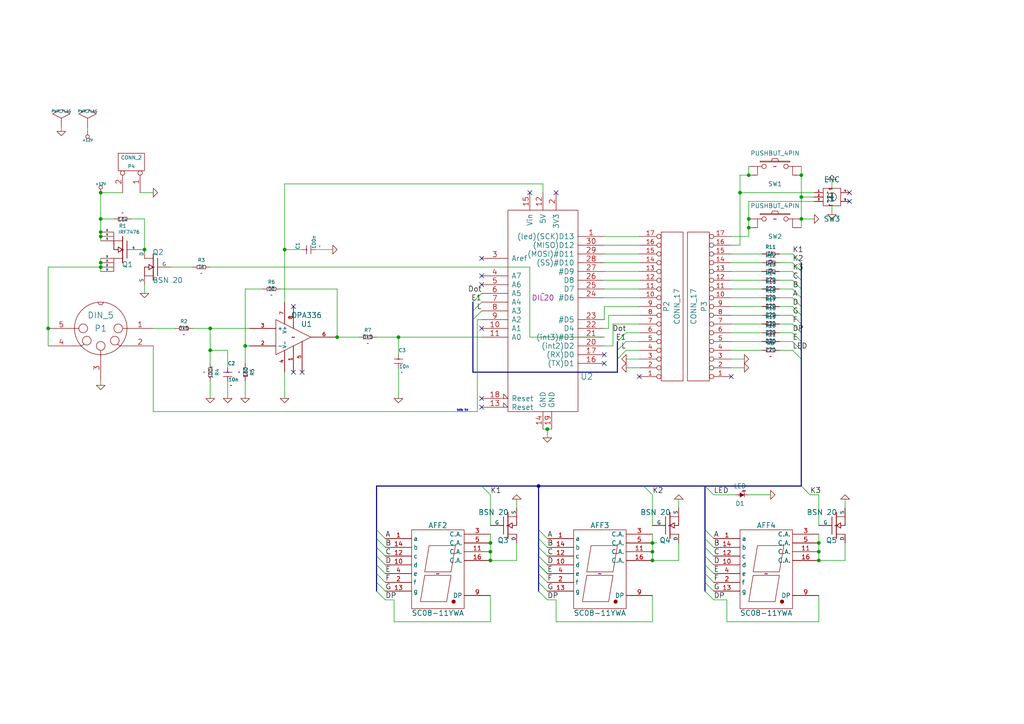
<source format=kicad_sch>
(kicad_sch (version 20230121) (generator eeschema)
  (paper "A4")
  (title_block (date "18 mar 2015"))
  (lib_symbols
    (symbol "irf7476:IRF7476" (pin_numbers hide) (pin_names (offset 0))
      (property "Reference" "Q" (at 0.254 4.318 0))
      (property "Value" "IRF7476" (at 1.27 -5.08 0))
      (symbol "IRF7476_0_0"
        (polyline (pts (xy 2.54 -2.54) (xy 2.54 -5.08)))
        (polyline (pts (xy 2.54 2.54) (xy 2.54 6.35)))
      )
      (symbol "IRF7476_0_1"
        (polyline (pts (xy -1.27 -2.54) (xy -1.27 2.54)) (stroke (width 0.2032)))
        (polyline (pts (xy 0 -3.81) (xy 0 3.81)) (stroke (width 0.254)))
        (polyline (pts (xy 2.54 -2.54) (xy 0 -2.54)))
        (polyline (pts (xy 2.54 2.54) (xy 0 2.54)))
        (polyline (pts (xy 2.54 -2.54) (xy 2.54 0) (xy 1.27 0)) (stroke (width 0.2032)))
        (polyline (pts (xy 1.27 0.762) (xy 1.27 -0.762) (xy 0 0) (xy 1.27 0.762) (xy 1.27 0.762)) (stroke (width 0.2032)))
      )
      (symbol "IRF7476_1_1"
        (pin input line (at 6.35 -2.54 180) (length 3.7084) (name "S") (number "1"))
        (pin input line (at 6.35 -3.81 180) (length 3.7084) (name "S") (number "2"))
        (pin input line (at 6.35 -5.08 180) (length 3.7084) (name "S") (number "3"))
        (pin input line (at -5.08 0 0) (length 3.81) (name "G") (number "4"))
        (pin input line (at 6.35 6.35 180) (length 3.7084) (name "D") (number "5"))
        (pin input line (at 6.35 5.08 180) (length 3.7084) (name "D") (number "6"))
        (pin input line (at 6.35 3.81 180) (length 3.7084) (name "D") (number "7"))
        (pin input line (at 6.35 2.54 180) (length 3.7084) (name "D") (number "8"))
      )
    )
    (symbol "sc08-11ywa:SC08-11YWA"
      (property "Reference" "AFF" (at 0 13.97 0))
      (property "Value" "SC08-11YWA" (at 0 -11.43 0))
      (symbol "SC08-11YWA_0_1"
        (rectangle (start -7.62 12.7) (end 7.62 -10.16))
        (polyline (pts (xy -3.81 -0.508) (xy 3.81 -0.508) (xy 2.54 -8.128) (xy -5.08 -8.128) (xy -3.81 -0.508) (xy -3.81 -0.508)))
        (polyline (pts (xy -2.54 8.128) (xy 5.08 8.128) (xy 3.81 0.508) (xy -3.81 0.508) (xy -2.54 8.128) (xy -2.54 8.128)))
        (circle (center 4.572 -8.128) (radius 0.508) (fill (type outline)))
      )
      (symbol "SC08-11YWA_1_1"
        (pin input line (at -15.24 10.16 0) (length 7.62) (name "a") (number "1"))
        (pin input line (at -15.24 2.54 0) (length 7.62) (name "d") (number "10"))
        (pin input line (at 15.24 6.35 180) (length 7.62) (name "C.A.") (number "11"))
        (pin input line (at -15.24 5.08 0) (length 7.62) (name "c") (number "12"))
        (pin input line (at -15.24 -5.08 0) (length 7.62) (name "g") (number "13"))
        (pin input line (at -15.24 7.62 0) (length 7.62) (name "b") (number "14"))
        (pin input line (at 15.24 3.81 180) (length 7.62) (name "C.A.") (number "16"))
        (pin input line (at -15.24 -2.54 0) (length 7.62) (name "f") (number "2"))
        (pin input line (at 15.24 11.43 180) (length 7.62) (name "C.A.") (number "3"))
        (pin input line (at -15.24 0 0) (length 7.62) (name "e") (number "4"))
        (pin input line (at 15.24 8.89 180) (length 7.62) (name "C.A.") (number "5"))
        (pin input line (at 15.24 -6.35 180) (length 7.62) (name "DP") (number "9"))
      )
    )
    (symbol "station-rescue:+12V" (power) (pin_numbers hide) (pin_names (offset 0))
      (property "Value" "+12V" (at 0 2.54 0))
      (symbol "+12V_0_0"
        (pin power_in line (at 0 0 90) (length 0) hide (name "+12V") (number "1"))
      )
      (symbol "+12V_0_1"
        (polyline (pts (xy 0 0) (xy 0 1.016) (xy 0 1.016)))
        (circle (center 0 1.524) (radius 0.508))
      )
    )
    (symbol "station-rescue:Arduino_Nano" (pin_names (offset 1.016))
      (property "Reference" "U" (at 12.7 -24.13 0))
      (property "Value" "Arduino_Nano" (at 19.05 -26.67 0))
      (property "Footprint" "DIL20" (at 0 -1.27 0))
      (symbol "Arduino_Nano_0_0"
        (pin power_in line (at 0 -39.37 90) (length 5.08) (name "GND") (number "14"))
        (pin power_in line (at -3.81 29.21 270) (length 5.08) (name "Vin") (number "15"))
      )
      (symbol "Arduino_Nano_0_1"
        (rectangle (start -10.16 24.13) (end 10.16 -34.29))
      )
      (symbol "Arduino_Nano_1_1"
        (pin input line (at 17.78 16.51 180) (length 7.62) (name "(led)(SCK)D13") (number "1"))
        (pin bidirectional line (at -17.78 -10.16 0) (length 7.62) (name "A1") (number "10"))
        (pin bidirectional line (at -17.78 -12.7 0) (length 7.62) (name "A0") (number "11"))
        (pin power_out line (at 0 29.21 270) (length 5.08) (name "5V") (number "12"))
        (pin input input_low (at -17.78 -33.02 0) (length 7.62) (name "Reset") (number "13"))
        (pin bidirectional line (at 17.78 -20.32 180) (length 7.62) (name "(TX)D1") (number "16"))
        (pin bidirectional line (at 17.78 -17.78 180) (length 7.62) (name "(RX)D0") (number "17"))
        (pin input input_low (at -17.78 -30.48 0) (length 7.62) (name "Reset") (number "18"))
        (pin power_in line (at 2.54 -39.37 90) (length 5.08) (name "GND") (number "19"))
        (pin power_out line (at 3.81 29.21 270) (length 5.08) (name "3V3") (number "2"))
        (pin bidirectional line (at 17.78 -15.24 180) (length 7.62) (name "(int2)D2") (number "20"))
        (pin bidirectional line (at 17.78 -12.7 180) (length 7.62) (name "(int3)#D3") (number "21"))
        (pin bidirectional line (at 17.78 -10.16 180) (length 7.62) (name "D4") (number "22"))
        (pin bidirectional line (at 17.78 -7.62 180) (length 7.62) (name "#D5") (number "23"))
        (pin bidirectional line (at 17.78 -1.27 180) (length 7.62) (name "#D6") (number "24"))
        (pin bidirectional line (at 17.78 1.27 180) (length 7.62) (name "D7") (number "25"))
        (pin bidirectional line (at 17.78 3.81 180) (length 7.62) (name "D8") (number "26"))
        (pin bidirectional line (at 17.78 6.35 180) (length 7.62) (name "#D9") (number "27"))
        (pin bidirectional line (at 17.78 8.89 180) (length 7.62) (name "(SS)#D10") (number "28"))
        (pin bidirectional line (at 17.78 11.43 180) (length 7.62) (name "(MOSI)#D11") (number "29"))
        (pin input line (at -17.78 10.16 0) (length 7.62) (name "Aref") (number "3"))
        (pin bidirectional line (at 17.78 13.97 180) (length 7.62) (name "(MISO)D12") (number "30"))
        (pin bidirectional line (at -17.78 5.08 0) (length 7.62) (name "A7") (number "4"))
        (pin bidirectional line (at -17.78 2.54 0) (length 7.62) (name "A6") (number "5"))
        (pin bidirectional line (at -17.78 0 0) (length 7.62) (name "A5") (number "6"))
        (pin bidirectional line (at -17.78 -2.54 0) (length 7.62) (name "A4") (number "7"))
        (pin bidirectional line (at -17.78 -5.08 0) (length 7.62) (name "A3") (number "8"))
        (pin bidirectional line (at -17.78 -7.62 0) (length 7.62) (name "A2") (number "9"))
      )
    )
    (symbol "station-rescue:C" (pin_numbers hide) (pin_names (offset 0.254))
      (property "Reference" "C" (at 1.27 0.254 0))
      (property "Value" "C" (at 1.27 -1.524 0))
      (symbol "C_0_1"
        (polyline (pts (xy -1.27 0) (xy 1.27 0) (xy 1.27 0)))
        (polyline (pts (xy 1.27 -1.27) (xy -1.27 -1.27) (xy -1.27 -1.27)))
      )
      (symbol "C_1_1"
        (pin passive line (at 0 1.27 270) (length 1.27) (name "~") (number "1"))
        (pin passive line (at 0 -2.54 90) (length 1.27) (name "~") (number "2"))
      )
    )
    (symbol "station-rescue:CONN_17" (pin_names (offset 1.016) hide)
      (property "Reference" "P" (at -1.016 0 90))
      (property "Value" "CONN_17" (at 2.032 0 90))
      (symbol "CONN_17_0_1"
        (rectangle (start -2.54 21.59) (end 3.81 -21.59))
      )
      (symbol "CONN_17_1_1"
        (pin passive inverted (at -8.89 20.32 0) (length 6.35) (name "P1") (number "1"))
        (pin passive inverted (at -8.89 -2.54 0) (length 6.35) (name "P10") (number "10"))
        (pin passive inverted (at -8.89 -5.08 0) (length 6.35) (name "P11") (number "11"))
        (pin passive inverted (at -8.89 -7.62 0) (length 6.35) (name "P12") (number "12"))
        (pin passive inverted (at -8.89 -10.16 0) (length 6.35) (name "P13") (number "13"))
        (pin passive inverted (at -8.89 -12.7 0) (length 6.35) (name "P14") (number "14"))
        (pin passive inverted (at -8.89 -15.24 0) (length 6.35) (name "P15") (number "15"))
        (pin passive inverted (at -8.89 -17.78 0) (length 6.35) (name "P16") (number "16"))
        (pin passive inverted (at -8.89 -20.32 0) (length 6.35) (name "P17") (number "17"))
        (pin passive inverted (at -8.89 17.78 0) (length 6.35) (name "P2") (number "2"))
        (pin passive inverted (at -8.89 15.24 0) (length 6.35) (name "P3") (number "3"))
        (pin passive inverted (at -8.89 12.7 0) (length 6.35) (name "P4") (number "4"))
        (pin passive inverted (at -8.89 10.16 0) (length 6.35) (name "P5") (number "5"))
        (pin passive inverted (at -8.89 7.62 0) (length 6.35) (name "P6") (number "6"))
        (pin passive inverted (at -8.89 5.08 0) (length 6.35) (name "P7") (number "7"))
        (pin passive inverted (at -8.89 2.54 0) (length 6.35) (name "P8") (number "8"))
        (pin passive inverted (at -8.89 0 0) (length 6.35) (name "P9") (number "9"))
      )
    )
    (symbol "station-rescue:CONN_2" (pin_names (offset 1.016) hide)
      (property "Reference" "P" (at -1.27 0 90))
      (property "Value" "CONN_2" (at 1.27 0 90))
      (symbol "CONN_2_0_1"
        (rectangle (start -2.54 3.81) (end 2.54 -3.81))
      )
      (symbol "CONN_2_1_1"
        (pin passive inverted (at -8.89 2.54 0) (length 6.35) (name "P1") (number "1"))
        (pin passive inverted (at -8.89 -2.54 0) (length 6.35) (name "PM") (number "2"))
      )
    )
    (symbol "station-rescue:DIN_5" (pin_names (offset 1.016) hide)
      (property "Reference" "P" (at 0 0 0))
      (property "Value" "DIN_5" (at 0 -3.81 0))
      (symbol "DIN_5_0_1"
        (circle (center -5.08 0) (radius 1.27))
        (circle (center -4.0894 3.556) (radius 1.27))
        (arc (start 0 -6.858) (mid -0.5388 -7.0812) (end -0.762 -7.62))
        (polyline (pts (xy -7.62 5.08) (xy -5.588 5.08)))
        (polyline (pts (xy -6.35 0) (xy -7.62 0)))
        (polyline (pts (xy -5.588 5.08) (xy -4.826 4.572)))
        (polyline (pts (xy 0 6.35) (xy 0 7.62)))
        (polyline (pts (xy 5.5626 5.08) (xy 4.826 4.572)))
        (polyline (pts (xy 6.35 0) (xy 7.62 0)))
        (polyline (pts (xy 7.62 5.08) (xy 5.5626 5.08)))
        (circle (center 0 0) (radius 7.62))
        (circle (center 0 5.08) (radius 1.27))
        (arc (start 0.762 -7.62) (mid 0.5388 -7.0812) (end 0 -6.858))
        (circle (center 4.0386 3.556) (radius 1.27))
        (circle (center 5.08 0) (radius 1.27))
      )
      (symbol "DIN_5_1_1"
        (pin passive line (at -15.24 0 0) (length 7.62) (name "1") (number "1"))
        (pin passive line (at -15.24 5.08 0) (length 7.62) (name "2") (number "2"))
        (pin passive line (at 0 15.24 270) (length 7.62) (name "3") (number "3"))
        (pin passive line (at 15.24 5.08 180) (length 7.62) (name "4") (number "4"))
        (pin passive line (at 15.24 0 180) (length 7.62) (name "5") (number "5"))
      )
    )
    (symbol "station-rescue:ENC" (pin_names (offset 1.016))
      (property "Reference" "SW" (at 0 -6.35 0))
      (property "Value" "ENC" (at 0 5.08 0))
      (symbol "ENC_0_1"
        (rectangle (start -2.54 -2.54) (end 2.54 -2.54))
        (rectangle (start -2.54 2.54) (end -2.54 -2.54))
        (circle (center 0 0) (radius 1.27))
        (rectangle (start 2.54 -2.54) (end 2.54 2.54))
        (rectangle (start 2.54 2.54) (end -2.54 2.54))
      )
      (symbol "ENC_1_1"
        (pin passive line (at -5.08 1.27 0) (length 2.4892) (name "A") (number "1"))
        (pin passive line (at -5.08 0 0) (length 2.4892) (name "Gnd") (number "2"))
        (pin passive line (at -5.08 -1.27 0) (length 2.4892) (name "B") (number "3"))
        (pin passive line (at 5.08 1.27 180) (length 2.4892) (name "~") (number "4"))
        (pin passive line (at 5.08 -1.27 180) (length 2.4892) (name "~") (number "5"))
        (pin passive line (at 0 2.54 270) (length 0.3048) (name "gnd") (number "6"))
        (pin passive line (at 0 -2.54 90) (length 0.3048) (name "gnd") (number "7"))
      )
    )
    (symbol "station-rescue:GND" (power) (pin_names (offset 0))
      (symbol "GND_0_1"
        (polyline (pts (xy -1.27 0) (xy 0 -1.27) (xy 1.27 0) (xy -1.27 0)))
      )
      (symbol "GND_1_1"
        (pin power_in line (at 0 0 90) (length 0) hide (name "GND") (number "1"))
      )
    )
    (symbol "station-rescue:LED" (pin_numbers hide) (pin_names (offset 1.016) hide)
      (property "Reference" "LD" (at 0 2.54 0))
      (property "Value" "LED" (at 0 -2.54 0))
      (symbol "LED_0_1"
        (polyline (pts (xy 0.508 -0.762) (xy 1.016 -1.27) (xy 1.016 -1.27)))
        (polyline (pts (xy 1.016 -0.762) (xy 1.524 -1.27) (xy 1.524 -1.27)))
        (polyline (pts (xy 1.27 -0.635) (xy 1.27 0.635) (xy 1.27 0.635)))
        (polyline (pts (xy 1.27 0) (xy 0 0.635) (xy 0 -0.635) (xy 0 -0.635)) (fill (type outline)))
        (polyline (pts (xy 1.524 -1.27) (xy 1.27 -1.27) (xy 1.524 -1.016) (xy 1.524 -1.27) (xy 1.524 -1.27)) (fill (type outline)))
        (polyline (pts (xy 1.016 -1.27) (xy 0.762 -1.27) (xy 1.016 -1.016) (xy 1.016 -1.27) (xy 1.016 -1.27) (xy 1.016 -1.27)) (fill (type outline)))
      )
      (symbol "LED_1_1"
        (pin passive line (at -1.27 0 0) (length 1.27) (name "A") (number "1"))
        (pin passive line (at 2.54 0 180) (length 1.27) (name "K") (number "2"))
      )
    )
    (symbol "station-rescue:MOS_N" (pin_numbers hide) (pin_names (offset 0))
      (property "Reference" "Q" (at 0.254 4.318 0))
      (property "Value" "MOS_N" (at 0.254 -3.81 0))
      (symbol "MOS_N_0_1"
        (polyline (pts (xy -1.27 -2.54) (xy -1.27 2.54)) (stroke (width 0.2032)))
        (polyline (pts (xy 0 -3.81) (xy 0 3.81)) (stroke (width 0.254)))
        (polyline (pts (xy 2.54 -2.54) (xy 0 -2.54)))
        (polyline (pts (xy 2.54 2.54) (xy 0 2.54)))
        (polyline (pts (xy 2.54 -2.54) (xy 2.54 0) (xy 1.27 0)) (stroke (width 0.2032)))
        (polyline (pts (xy 1.27 0.762) (xy 1.27 -0.762) (xy 0 0) (xy 1.27 0.762) (xy 1.27 0.762)) (stroke (width 0.2032)))
      )
      (symbol "MOS_N_1_1"
        (pin passive line (at 2.54 5.08 270) (length 2.54) (name "D") (number "D"))
        (pin input line (at -5.08 0 0) (length 3.81) (name "G") (number "G"))
        (pin passive line (at 2.54 -5.08 90) (length 2.54) (name "S") (number "S"))
      )
    )
    (symbol "station-rescue:OPA336"
      (property "Reference" "U" (at 3.81 3.81 0))
      (property "Value" "OPA336" (at 3.81 6.35 0))
      (symbol "OPA336_0_1"
        (polyline (pts (xy -5.08 5.08) (xy 5.08 0) (xy -5.08 -5.08) (xy -5.08 5.08)))
      )
      (symbol "OPA336_1_1"
        (pin input line (at 0 -10.16 90) (length 7.62) (name "~") (number "1"))
        (pin input line (at -12.7 -2.54 0) (length 7.62) (name "-") (number "2"))
        (pin input line (at -12.7 2.54 0) (length 7.62) (name "+") (number "3"))
        (pin input line (at -2.54 -10.16 90) (length 6.35) (name "V-") (number "4"))
        (pin input line (at 2.54 -10.16 90) (length 8.89) (name "~") (number "5"))
        (pin output line (at 12.7 0 180) (length 7.62) (name "~") (number "6"))
        (pin input line (at -2.54 10.16 270) (length 6.35) (name "V+") (number "7"))
        (pin input line (at 0 8.89 270) (length 6.35) (name "~") (number "8"))
      )
    )
    (symbol "station-rescue:PWR_FLAG" (power) (pin_numbers hide) (pin_names (offset 0) hide)
      (property "Value" "PWR_FLAG" (at 0 5.842 0))
      (symbol "PWR_FLAG_0_0"
        (pin power_out line (at 0 0 90) (length 0) (name "pwr") (number "1"))
      )
      (symbol "PWR_FLAG_0_1"
        (polyline (pts (xy 0 0) (xy 0 2.54) (xy 0 2.54)))
        (polyline (pts (xy 0 2.54) (xy -2.54 3.81) (xy 0 5.08) (xy 2.54 3.81) (xy 0 2.54)))
      )
    )
    (symbol "station-rescue:Pushbut_4Pin" (pin_numbers hide) (pin_names (offset 1.016) hide)
      (property "Reference" "SW" (at 0 -5.08 0))
      (property "Value" "Pushbut_4Pin" (at 0 3.81 0))
      (symbol "Pushbut_4Pin_0_1"
        (rectangle (start -4.318 1.27) (end 4.318 1.524))
        (polyline (pts (xy -6.35 -2.54) (xy -5.08 -2.54) (xy -5.08 0)))
        (polyline (pts (xy 6.35 -2.54) (xy 5.08 -2.54) (xy 5.08 0)))
        (polyline (pts (xy -1.016 1.524) (xy -0.762 2.286) (xy 0.762 2.286) (xy 1.016 1.524)))
        (pin passive inverted (at -7.62 0 0) (length 5.08) (name "1") (number "1"))
        (pin passive inverted (at 7.62 0 180) (length 5.08) (name "2") (number "2"))
      )
      (symbol "Pushbut_4Pin_1_1"
        (pin passive line (at -7.62 -2.54 0) (length 2.0066) (name "1") (number "1"))
        (pin passive line (at 7.62 -2.54 180) (length 2.0066) (name "2") (number "2"))
      )
    )
    (symbol "station-rescue:R" (pin_numbers hide) (pin_names (offset 0))
      (property "Reference" "R" (at -1.27 1.27 90))
      (property "Value" "R" (at 1.27 1.27 90))
      (symbol "R_0_1"
        (rectangle (start 0.508 1.27) (end -0.508 -1.27))
      )
      (symbol "R_1_1"
        (pin passive line (at 0 2.54 270) (length 1.27) (name "~") (number "1"))
        (pin passive line (at 0 -2.54 90) (length 1.27) (name "~") (number "2"))
      )
    )
  )
  (junction (at 237.49 162.56))
  (junction (at 214.63 55.88))
  (junction (at 217.17 66.04))
  (junction (at 29.21 67.31))
  (junction (at 232.41 50.8))
  (junction (at 97.79 97.79))
  (junction (at 189.23 162.56))
  (junction (at 29.21 63.5))
  (junction (at 217.17 50.8))
  (junction (at 41.91 72.39))
  (junction (at 29.21 55.88))
  (junction (at 142.24 162.56))
  (junction (at 142.24 157.48))
  (junction (at 142.24 160.02))
  (junction (at 82.55 72.39))
  (junction (at 232.41 57.15))
  (junction (at 158.75 124.46))
  (junction (at 232.41 63.5))
  (junction (at 217.17 63.5))
  (junction (at 189.23 157.48))
  (junction (at 115.57 97.79))
  (junction (at 13.97 95.25))
  (junction (at 60.96 95.25))
  (junction (at 156.21 140.97))
  (junction (at 29.21 76.2))
  (junction (at 237.49 157.48))
  (junction (at 29.21 77.47))
  (junction (at 71.12 100.33))
  (junction (at 189.23 160.02))
  (junction (at 237.49 160.02))
  (junction (at 29.21 68.58))
  (junction (at 60.96 101.6))
  (no_connect (at 85.09 88.9))
  (no_connect (at 212.09 109.22))
  (no_connect (at 246.38 55.88))
  (no_connect (at 139.7 74.93))
  (no_connect (at 139.7 80.01))
  (no_connect (at 161.29 55.88))
  (no_connect (at 175.26 102.87))
  (no_connect (at 139.7 118.11))
  (no_connect (at 87.63 107.95))
  (no_connect (at 246.38 58.42))
  (no_connect (at 139.7 115.57))
  (no_connect (at 85.09 107.95))
  (no_connect (at 175.26 105.41))
  (no_connect (at 185.42 109.22))
  (no_connect (at 139.7 82.55))
  (no_connect (at 153.67 55.88))
  (no_connect (at 139.7 95.25))
  (bus_entry (at 204.47 163.83) (size 2.54 2.54))
  (bus_entry (at 156.21 156.21) (size 2.54 2.54))
  (bus_entry (at 229.87 91.44) (size 2.54 2.54))
  (bus_entry (at 204.47 158.75) (size 2.54 2.54))
  (bus_entry (at 156.21 166.37) (size 2.54 2.54))
  (bus_entry (at 229.87 93.98) (size 2.54 2.54))
  (bus_entry (at 229.87 73.66) (size 2.54 2.54))
  (bus_entry (at 229.87 88.9) (size 2.54 2.54))
  (bus_entry (at 137.16 92.71) (size 2.54 -2.54))
  (bus_entry (at 137.16 90.17) (size 2.54 -2.54))
  (bus_entry (at 179.07 104.14) (size 2.54 -2.54))
  (bus_entry (at 204.47 168.91) (size 2.54 2.54))
  (bus_entry (at 229.87 76.2) (size 2.54 2.54))
  (bus_entry (at 156.21 168.91) (size 2.54 2.54))
  (bus_entry (at 229.87 86.36) (size 2.54 2.54))
  (bus_entry (at 156.21 163.83) (size 2.54 2.54))
  (bus_entry (at 229.87 81.28) (size 2.54 2.54))
  (bus_entry (at 156.21 163.83) (size 2.54 2.54))
  (bus_entry (at 204.47 153.67) (size 2.54 2.54))
  (bus_entry (at 229.87 99.06) (size 2.54 2.54))
  (bus_entry (at 229.87 83.82) (size 2.54 2.54))
  (bus_entry (at 204.47 166.37) (size 2.54 2.54))
  (bus_entry (at 204.47 161.29) (size 2.54 2.54))
  (bus_entry (at 179.07 101.6) (size 2.54 -2.54))
  (bus_entry (at 109.22 166.37) (size 2.54 2.54))
  (bus_entry (at 204.47 140.97) (size 2.54 2.54))
  (bus_entry (at 109.22 171.45) (size 2.54 2.54))
  (bus_entry (at 109.22 163.83) (size 2.54 2.54))
  (bus_entry (at 109.22 168.91) (size 2.54 2.54))
  (bus_entry (at 229.87 101.6) (size 2.54 2.54))
  (bus_entry (at 109.22 156.21) (size 2.54 2.54))
  (bus_entry (at 109.22 161.29) (size 2.54 2.54))
  (bus_entry (at 156.21 153.67) (size 2.54 2.54))
  (bus_entry (at 229.87 78.74) (size 2.54 2.54))
  (bus_entry (at 139.7 140.97) (size 2.54 2.54))
  (bus_entry (at 186.69 140.97) (size 2.54 2.54))
  (bus_entry (at 232.41 140.97) (size 2.54 2.54))
  (bus_entry (at 156.21 158.75) (size 2.54 2.54))
  (bus_entry (at 156.21 171.45) (size 2.54 2.54))
  (bus_entry (at 229.87 96.52) (size 2.54 2.54))
  (bus_entry (at 179.07 99.06) (size 2.54 -2.54))
  (bus_entry (at 109.22 153.67) (size 2.54 2.54))
  (bus_entry (at 137.16 87.63) (size 2.54 -2.54))
  (bus_entry (at 204.47 156.21) (size 2.54 2.54))
  (bus_entry (at 204.47 171.45) (size 2.54 2.54))
  (bus_entry (at 156.21 161.29) (size 2.54 2.54))
  (bus_entry (at 109.22 158.75) (size 2.54 2.54))
  (wire (pts (xy 55.88 95.25) (xy 60.96 95.25)))
  (bus (pts (xy 186.69 140.97) (xy 204.47 140.97)))
  (wire (pts (xy 226.06 86.36) (xy 229.87 86.36)))
  (wire (pts (xy 40.64 72.39) (xy 41.91 72.39)))
  (bus (pts (xy 156.21 166.37) (xy 156.21 168.91)))
  (wire (pts (xy 212.09 106.68) (xy 215.9 106.68)))
  (wire (pts (xy 142.24 157.48) (xy 142.24 160.02)))
  (wire (pts (xy 232.41 57.15) (xy 232.41 63.5)))
  (wire (pts (xy 212.09 101.6) (xy 220.98 101.6)))
  (wire (pts (xy 217.17 68.58) (xy 212.09 68.58)))
  (wire (pts (xy 245.11 162.56) (xy 237.49 162.56)))
  (wire (pts (xy 29.21 74.93) (xy 29.21 76.2)))
  (wire (pts (xy 44.45 119.38) (xy 44.45 100.33)))
  (wire (pts (xy 13.97 77.47) (xy 13.97 95.25)))
  (wire (pts (xy 226.06 93.98) (xy 229.87 93.98)))
  (wire (pts (xy 158.75 124.46) (xy 160.02 124.46)))
  (wire (pts (xy 81.28 83.82) (xy 97.79 83.82)))
  (wire (pts (xy 212.09 86.36) (xy 220.98 86.36)))
  (wire (pts (xy 25.4 36.83) (xy 25.4 38.1)))
  (wire (pts (xy 66.04 101.6) (xy 66.04 106.68)))
  (wire (pts (xy 17.78 36.83) (xy 17.78 38.1)))
  (wire (pts (xy 226.06 81.28) (xy 229.87 81.28)))
  (wire (pts (xy 189.23 160.02) (xy 189.23 162.56)))
  (wire (pts (xy 212.09 88.9) (xy 220.98 88.9)))
  (bus (pts (xy 232.41 86.36) (xy 232.41 83.82)))
  (wire (pts (xy 157.48 124.46) (xy 158.75 124.46)))
  (wire (pts (xy 41.91 72.39) (xy 41.91 63.5)))
  (bus (pts (xy 204.47 161.29) (xy 204.47 163.83)))
  (bus (pts (xy 109.22 161.29) (xy 109.22 163.83)))
  (wire (pts (xy 196.85 162.56) (xy 189.23 162.56)))
  (wire (pts (xy 142.24 143.51) (xy 142.24 152.4)))
  (bus (pts (xy 232.41 101.6) (xy 232.41 99.06)))
  (wire (pts (xy 217.17 58.42) (xy 217.17 63.5)))
  (wire (pts (xy 207.01 143.51) (xy 213.36 143.51)))
  (wire (pts (xy 176.53 95.25) (xy 175.26 95.25)))
  (wire (pts (xy 189.23 172.72) (xy 189.23 180.34)))
  (wire (pts (xy 189.23 154.94) (xy 189.23 157.48)))
  (wire (pts (xy 60.96 101.6) (xy 60.96 105.41)))
  (wire (pts (xy 41.91 63.5) (xy 38.1 63.5)))
  (wire (pts (xy 142.24 180.34) (xy 114.3 180.34)))
  (wire (pts (xy 226.06 96.52) (xy 229.87 96.52)))
  (wire (pts (xy 226.06 91.44) (xy 229.87 91.44)))
  (wire (pts (xy 226.06 73.66) (xy 229.87 73.66)))
  (wire (pts (xy 185.42 86.36) (xy 175.26 86.36)))
  (wire (pts (xy 60.96 95.25) (xy 72.39 95.25)))
  (bus (pts (xy 179.07 107.95) (xy 137.16 107.95)))
  (wire (pts (xy 185.42 73.66) (xy 175.26 73.66)))
  (wire (pts (xy 185.42 76.2) (xy 175.26 76.2)))
  (wire (pts (xy 212.09 81.28) (xy 220.98 81.28)))
  (bus (pts (xy 179.07 99.06) (xy 179.07 101.6)))
  (wire (pts (xy 212.09 93.98) (xy 220.98 93.98)))
  (wire (pts (xy 210.82 180.34) (xy 237.49 180.34)))
  (wire (pts (xy 207.01 173.99) (xy 210.82 173.99)))
  (wire (pts (xy 49.53 77.47) (xy 55.88 77.47)))
  (bus (pts (xy 232.41 88.9) (xy 232.41 86.36)))
  (wire (pts (xy 149.86 157.48) (xy 149.86 162.56)))
  (bus (pts (xy 156.21 158.75) (xy 156.21 161.29)))
  (wire (pts (xy 185.42 99.06) (xy 181.61 99.06)))
  (wire (pts (xy 226.06 76.2) (xy 229.87 76.2)))
  (wire (pts (xy 185.42 91.44) (xy 176.53 91.44)))
  (wire (pts (xy 214.63 55.88) (xy 214.63 71.12)))
  (wire (pts (xy 232.41 48.26) (xy 232.41 50.8)))
  (bus (pts (xy 232.41 96.52) (xy 232.41 93.98)))
  (bus (pts (xy 204.47 140.97) (xy 232.41 140.97)))
  (wire (pts (xy 217.17 66.04) (xy 217.17 68.58)))
  (wire (pts (xy 72.39 100.33) (xy 71.12 100.33)))
  (bus (pts (xy 204.47 158.75) (xy 204.47 161.29)))
  (wire (pts (xy 71.12 100.33) (xy 71.12 105.41)))
  (bus (pts (xy 156.21 140.97) (xy 156.21 153.67)))
  (wire (pts (xy 185.42 78.74) (xy 175.26 78.74)))
  (bus (pts (xy 204.47 153.67) (xy 204.47 156.21)))
  (bus (pts (xy 109.22 163.83) (xy 109.22 166.37)))
  (wire (pts (xy 226.06 99.06) (xy 229.87 99.06)))
  (wire (pts (xy 44.45 119.38) (xy 138.43 119.38)))
  (wire (pts (xy 217.17 63.5) (xy 217.17 66.04)))
  (wire (pts (xy 212.09 73.66) (xy 220.98 73.66)))
  (wire (pts (xy 214.63 71.12) (xy 212.09 71.12)))
  (wire (pts (xy 214.63 50.8) (xy 214.63 55.88)))
  (wire (pts (xy 185.42 93.98) (xy 177.8 93.98)))
  (bus (pts (xy 109.22 158.75) (xy 109.22 161.29)))
  (wire (pts (xy 212.09 91.44) (xy 220.98 91.44)))
  (wire (pts (xy 82.55 72.39) (xy 87.63 72.39)))
  (wire (pts (xy 29.21 76.2) (xy 29.21 77.47)))
  (wire (pts (xy 29.21 63.5) (xy 29.21 67.31)))
  (wire (pts (xy 232.41 50.8) (xy 232.41 57.15)))
  (wire (pts (xy 212.09 76.2) (xy 220.98 76.2)))
  (bus (pts (xy 179.07 104.14) (xy 179.07 107.95)))
  (wire (pts (xy 185.42 104.14) (xy 181.61 104.14)))
  (wire (pts (xy 71.12 110.49) (xy 71.12 115.57)))
  (bus (pts (xy 232.41 93.98) (xy 232.41 91.44)))
  (wire (pts (xy 29.21 110.49) (xy 29.21 111.76)))
  (wire (pts (xy 29.21 67.31) (xy 29.21 68.58)))
  (wire (pts (xy 33.02 63.5) (xy 29.21 63.5)))
  (wire (pts (xy 177.8 93.98) (xy 177.8 100.33)))
  (wire (pts (xy 97.79 97.79) (xy 104.14 97.79)))
  (wire (pts (xy 138.43 92.71) (xy 138.43 119.38)))
  (wire (pts (xy 29.21 68.58) (xy 29.21 69.85)))
  (wire (pts (xy 161.29 180.34) (xy 161.29 173.99)))
  (wire (pts (xy 29.21 77.47) (xy 13.97 77.47)))
  (wire (pts (xy 196.85 157.48) (xy 196.85 162.56)))
  (wire (pts (xy 66.04 101.6) (xy 60.96 101.6)))
  (wire (pts (xy 157.48 53.34) (xy 157.48 55.88)))
  (wire (pts (xy 161.29 173.99) (xy 158.75 173.99)))
  (wire (pts (xy 237.49 180.34) (xy 237.49 172.72)))
  (wire (pts (xy 66.04 110.49) (xy 66.04 115.57)))
  (wire (pts (xy 236.22 57.15) (xy 232.41 57.15)))
  (wire (pts (xy 153.67 97.79) (xy 175.26 97.79)))
  (wire (pts (xy 115.57 97.79) (xy 139.7 97.79)))
  (bus (pts (xy 109.22 140.97) (xy 139.7 140.97)))
  (wire (pts (xy 236.22 55.88) (xy 214.63 55.88)))
  (wire (pts (xy 29.21 55.88) (xy 35.56 55.88)))
  (wire (pts (xy 40.64 55.88) (xy 44.45 55.88)))
  (wire (pts (xy 185.42 96.52) (xy 181.61 96.52)))
  (bus (pts (xy 232.41 78.74) (xy 232.41 76.2)))
  (wire (pts (xy 226.06 78.74) (xy 229.87 78.74)))
  (wire (pts (xy 232.41 63.5) (xy 232.41 66.04)))
  (wire (pts (xy 189.23 157.48) (xy 189.23 160.02)))
  (bus (pts (xy 232.41 140.97) (xy 232.41 104.14)))
  (bus (pts (xy 156.21 140.97) (xy 186.69 140.97)))
  (wire (pts (xy 212.09 104.14) (xy 215.9 104.14)))
  (wire (pts (xy 60.96 95.25) (xy 60.96 101.6)))
  (wire (pts (xy 214.63 50.8) (xy 217.17 50.8)))
  (bus (pts (xy 232.41 83.82) (xy 232.41 81.28)))
  (wire (pts (xy 237.49 157.48) (xy 237.49 160.02)))
  (wire (pts (xy 226.06 101.6) (xy 229.87 101.6)))
  (wire (pts (xy 142.24 160.02) (xy 142.24 162.56)))
  (wire (pts (xy 245.11 157.48) (xy 245.11 162.56)))
  (wire (pts (xy 176.53 91.44) (xy 176.53 95.25)))
  (wire (pts (xy 237.49 143.51) (xy 237.49 152.4)))
  (wire (pts (xy 217.17 58.42) (xy 236.22 58.42)))
  (bus (pts (xy 156.21 161.29) (xy 156.21 163.83)))
  (wire (pts (xy 190.5 157.48) (xy 189.23 157.48)))
  (wire (pts (xy 44.45 95.25) (xy 50.8 95.25)))
  (bus (pts (xy 156.21 156.21) (xy 156.21 158.75)))
  (bus (pts (xy 232.41 91.44) (xy 232.41 88.9)))
  (bus (pts (xy 204.47 166.37) (xy 204.47 168.91)))
  (wire (pts (xy 175.26 68.58) (xy 185.42 68.58)))
  (bus (pts (xy 109.22 156.21) (xy 109.22 158.75)))
  (wire (pts (xy 185.42 88.9) (xy 175.26 88.9)))
  (wire (pts (xy 212.09 78.74) (xy 220.98 78.74)))
  (bus (pts (xy 204.47 163.83) (xy 204.47 166.37)))
  (wire (pts (xy 13.97 95.25) (xy 13.97 100.33)))
  (bus (pts (xy 139.7 140.97) (xy 156.21 140.97)))
  (wire (pts (xy 41.91 82.55) (xy 41.91 85.09)))
  (bus (pts (xy 204.47 140.97) (xy 204.47 153.67)))
  (wire (pts (xy 185.42 106.68) (xy 181.61 106.68)))
  (wire (pts (xy 177.8 100.33) (xy 175.26 100.33)))
  (wire (pts (xy 60.96 77.47) (xy 153.67 77.47)))
  (bus (pts (xy 204.47 156.21) (xy 204.47 158.75)))
  (wire (pts (xy 114.3 173.99) (xy 111.76 173.99)))
  (wire (pts (xy 226.06 83.82) (xy 229.87 83.82)))
  (wire (pts (xy 234.95 143.51) (xy 237.49 143.51)))
  (wire (pts (xy 115.57 97.79) (xy 115.57 102.87)))
  (wire (pts (xy 60.96 110.49) (xy 60.96 115.57)))
  (bus (pts (xy 109.22 168.91) (xy 109.22 171.45)))
  (wire (pts (xy 212.09 83.82) (xy 220.98 83.82)))
  (wire (pts (xy 142.24 172.72) (xy 142.24 180.34)))
  (wire (pts (xy 29.21 55.88) (xy 29.21 63.5)))
  (wire (pts (xy 185.42 101.6) (xy 181.61 101.6)))
  (bus (pts (xy 109.22 140.97) (xy 109.22 153.67)))
  (wire (pts (xy 196.85 144.78) (xy 196.85 147.32)))
  (wire (pts (xy 149.86 144.78) (xy 149.86 147.32)))
  (bus (pts (xy 232.41 99.06) (xy 232.41 96.52)))
  (wire (pts (xy 114.3 180.34) (xy 114.3 173.99)))
  (wire (pts (xy 82.55 87.63) (xy 82.55 72.39)))
  (bus (pts (xy 156.21 163.83) (xy 156.21 166.37)))
  (bus (pts (xy 137.16 92.71) (xy 137.16 90.17)))
  (wire (pts (xy 226.06 88.9) (xy 229.87 88.9)))
  (wire (pts (xy 237.49 154.94) (xy 237.49 157.48)))
  (bus (pts (xy 232.41 81.28) (xy 232.41 78.74)))
  (wire (pts (xy 115.57 106.68) (xy 115.57 115.57)))
  (wire (pts (xy 71.12 83.82) (xy 76.2 83.82)))
  (wire (pts (xy 82.55 72.39) (xy 82.55 53.34)))
  (wire (pts (xy 217.17 143.51) (xy 223.52 143.51)))
  (bus (pts (xy 156.21 168.91) (xy 156.21 171.45)))
  (wire (pts (xy 142.24 154.94) (xy 142.24 157.48)))
  (wire (pts (xy 97.79 83.82) (xy 97.79 97.79)))
  (wire (pts (xy 158.75 127) (xy 158.75 124.46)))
  (wire (pts (xy 139.7 92.71) (xy 138.43 92.71)))
  (wire (pts (xy 29.21 77.47) (xy 29.21 78.74)))
  (wire (pts (xy 82.55 107.95) (xy 82.55 115.57)))
  (wire (pts (xy 189.23 143.51) (xy 189.23 152.4)))
  (bus (pts (xy 109.22 153.67) (xy 109.22 156.21)))
  (wire (pts (xy 189.23 180.34) (xy 161.29 180.34)))
  (wire (pts (xy 185.42 71.12) (xy 175.26 71.12)))
  (bus (pts (xy 156.21 153.67) (xy 156.21 156.21)))
  (wire (pts (xy 210.82 173.99) (xy 210.82 180.34)))
  (bus (pts (xy 204.47 168.91) (xy 204.47 171.45)))
  (wire (pts (xy 185.42 81.28) (xy 175.26 81.28)))
  (wire (pts (xy 237.49 160.02) (xy 237.49 162.56)))
  (wire (pts (xy 241.3 52.07) (xy 241.3 54.61)))
  (wire (pts (xy 149.86 162.56) (xy 142.24 162.56)))
  (wire (pts (xy 71.12 83.82) (xy 71.12 100.33)))
  (bus (pts (xy 109.22 166.37) (xy 109.22 168.91)))
  (wire (pts (xy 217.17 50.8) (xy 217.17 48.26)))
  (wire (pts (xy 153.67 77.47) (xy 153.67 97.79)))
  (wire (pts (xy 185.42 83.82) (xy 175.26 83.82)))
  (wire (pts (xy 241.3 62.23) (xy 241.3 59.69)))
  (wire (pts (xy 109.22 97.79) (xy 115.57 97.79)))
  (wire (pts (xy 212.09 99.06) (xy 220.98 99.06)))
  (wire (pts (xy 245.11 144.78) (xy 245.11 147.32)))
  (bus (pts (xy 137.16 90.17) (xy 137.16 87.63)))
  (bus (pts (xy 232.41 104.14) (xy 232.41 101.6)))
  (bus (pts (xy 179.07 101.6) (xy 179.07 104.14)))
  (wire (pts (xy 91.44 72.39) (xy 96.52 72.39)))
  (wire (pts (xy 82.55 53.34) (xy 157.48 53.34)))
  (wire (pts (xy 212.09 96.52) (xy 220.98 96.52)))
  (wire (pts (xy 232.41 63.5) (xy 236.22 63.5)))
  (bus (pts (xy 137.16 107.95) (xy 137.16 92.71)))
  (wire (pts (xy 175.26 88.9) (xy 175.26 92.71)))
  (text "SdBy SW" (at 135.89 119.38 0) (effects (font (size 0.508 0.508)) (justify right bottom)))
  (label "B" (at 229.87 83.82 0) (effects (font (size 1.524 1.524))))
  (label "A" (at 229.87 86.36 0) (effects (font (size 1.524 1.524))))
  (label "K1" (at 142.24 143.51 0) (effects (font (size 1.524 1.524))))
  (label "K3" (at 229.87 78.74 0) (effects (font (size 1.524 1.524))))
  (label "A" (at 207.01 156.21 0) (effects (font (size 1.524 1.524))))
  (label "DP" (at 111.76 173.99 0) (effects (font (size 1.524 1.524))))
  (label "F" (at 158.75 168.91 0) (effects (font (size 1.524 1.524))))
  (label "E1" (at 139.7 87.63 180) (effects (font (size 1.524 1.524))))
  (label "DP" (at 158.75 173.99 0) (effects (font (size 1.524 1.524))))
  (label "F" (at 229.87 93.98 0) (effects (font (size 1.524 1.524))))
  (label "B" (at 207.01 158.75 0) (effects (font (size 1.524 1.524))))
  (label "G" (at 158.75 171.45 0) (effects (font (size 1.524 1.524))))
  (label "E1" (at 181.61 99.06 180) (effects (font (size 1.524 1.524))))
  (label "D" (at 207.01 163.83 0) (effects (font (size 1.524 1.524))))
  (label "C" (at 158.75 161.29 0) (effects (font (size 1.524 1.524))))
  (label "C" (at 207.01 161.29 0) (effects (font (size 1.524 1.524))))
  (label "DP" (at 207.01 173.99 0) (effects (font (size 1.524 1.524))))
  (label "K1" (at 229.87 73.66 0) (effects (font (size 1.524 1.524))))
  (label "F" (at 207.01 168.91 0) (effects (font (size 1.524 1.524))))
  (label "E" (at 111.76 166.37 0) (effects (font (size 1.524 1.524))))
  (label "G" (at 207.01 171.45 0) (effects (font (size 1.524 1.524))))
  (label "G" (at 229.87 91.44 0) (effects (font (size 1.524 1.524))))
  (label "E" (at 229.87 99.06 0) (effects (font (size 1.524 1.524))))
  (label "Dot" (at 139.7 85.09 180) (effects (font (size 1.524 1.524))))
  (label "L" (at 139.7 90.17 180) (effects (font (size 1.524 1.524))))
  (label "G" (at 111.76 171.45 0) (effects (font (size 1.524 1.524))))
  (label "E" (at 207.01 166.37 0) (effects (font (size 1.524 1.524))))
  (label "LED" (at 207.01 143.51 0) (effects (font (size 1.524 1.524))))
  (label "A" (at 158.75 156.21 0) (effects (font (size 1.524 1.524))))
  (label "B" (at 111.76 158.75 0) (effects (font (size 1.524 1.524))))
  (label "DP" (at 229.87 96.52 0) (effects (font (size 1.524 1.524))))
  (label "D" (at 229.87 88.9 0) (effects (font (size 1.524 1.524))))
  (label "B" (at 158.75 158.75 0) (effects (font (size 1.524 1.524))))
  (label "C" (at 229.87 81.28 0) (effects (font (size 1.524 1.524))))
  (label "K2" (at 229.87 76.2 0) (effects (font (size 1.524 1.524))))
  (label "LED" (at 229.87 101.6 0) (effects (font (size 1.524 1.524))))
  (label "L" (at 181.61 101.6 180) (effects (font (size 1.524 1.524))))
  (label "D" (at 111.76 163.83 0) (effects (font (size 1.524 1.524))))
  (label "C" (at 111.76 161.29 0) (effects (font (size 1.524 1.524))))
  (label "Dot" (at 181.61 96.52 180) (effects (font (size 1.524 1.524))))
  (label "K2" (at 189.23 143.51 0) (effects (font (size 1.524 1.524))))
  (label "F" (at 111.76 168.91 0) (effects (font (size 1.524 1.524))))
  (label "K3" (at 234.95 143.51 0) (effects (font (size 1.524 1.524))))
  (label "E" (at 158.75 166.37 0) (effects (font (size 1.524 1.524))))
  (label "D" (at 158.75 163.83 0) (effects (font (size 1.524 1.524))))
  (label "A" (at 111.76 156.21 0) (effects (font (size 1.524 1.524))))
  (symbol (lib_id "station-rescue:MOS_N") (at 194.31 152.4 0) (mirror x) (unit 1)
    (property "Reference" "Q4" (at 194.564 156.718 0) (effects (font (size 1.524 1.524)) (justify right)))
    (property "Value" "BSN 20" (at 194.564 148.59 0) (effects (font (size 1.524 1.524)) (justify right)))
    (property "Footprint" "~" (at 194.31 152.4 0) (effects (font (size 1.524 1.524))))
    (property "Datasheet" "~" (at 194.31 152.4 0) (effects (font (size 1.524 1.524))))
  )
  (symbol (lib_id "station-rescue:MOS_N") (at 147.32 152.4 0) (mirror x) (unit 1)
    (property "Reference" "Q3" (at 147.574 156.718 0) (effects (font (size 1.524 1.524)) (justify right)))
    (property "Value" "BSN 20" (at 147.574 148.59 0) (effects (font (size 1.524 1.524)) (justify right)))
    (property "Footprint" "~" (at 147.32 152.4 0) (effects (font (size 1.524 1.524))))
    (property "Datasheet" "~" (at 147.32 152.4 0) (effects (font (size 1.524 1.524))))
  )
  (symbol (lib_id "station-rescue:MOS_N") (at 242.57 152.4 0) (mirror x) (unit 1)
    (property "Reference" "Q5" (at 242.824 156.718 0) (effects (font (size 1.524 1.524)) (justify right)))
    (property "Value" "BSN 20" (at 242.824 148.59 0) (effects (font (size 1.524 1.524)) (justify right)))
    (property "Footprint" "~" (at 242.57 152.4 0) (effects (font (size 1.524 1.524))))
    (property "Datasheet" "~" (at 242.57 152.4 0) (effects (font (size 1.524 1.524))))
  )
  (symbol (lib_id "station-rescue:R") (at 53.34 95.25 90) (unit 1)
    (property "Reference" "R2" (at 53.34 93.218 90) (effects (font (size 1.016 1.016))))
    (property "Value" "5k6" (at 53.3146 95.0722 90) (effects (font (size 1.016 1.016))))
    (property "Footprint" "~" (at 53.34 97.028 90) (effects (font (size 0.762 0.762))))
    (property "Datasheet" "~" (at 53.34 95.25 0) (effects (font (size 0.762 0.762))))
  )
  (symbol (lib_id "station-rescue:R") (at 60.96 107.95 0) (unit 1)
    (property "Reference" "R4" (at 62.992 107.95 90) (effects (font (size 1.016 1.016))))
    (property "Value" "100k" (at 61.1378 107.9246 90) (effects (font (size 1.016 1.016))))
    (property "Footprint" "~" (at 59.182 107.95 90) (effects (font (size 0.762 0.762))))
    (property "Datasheet" "~" (at 60.96 107.95 0) (effects (font (size 0.762 0.762))))
  )
  (symbol (lib_id "station-rescue:C") (at 66.04 107.95 0) (unit 1)
    (property "Reference" "C2" (at 66.04 105.41 0) (effects (font (size 1.016 1.016)) (justify left)))
    (property "Value" "10n" (at 66.1924 110.109 0) (effects (font (size 1.016 1.016)) (justify left)))
    (property "Footprint" "~" (at 67.0052 111.76 0) (effects (font (size 0.762 0.762))))
    (property "Datasheet" "~" (at 66.04 107.95 0) (effects (font (size 1.524 1.524))))
  )
  (symbol (lib_id "station-rescue:R") (at 71.12 107.95 0) (unit 1)
    (property "Reference" "R5" (at 73.152 107.95 90) (effects (font (size 1.016 1.016))))
    (property "Value" "100" (at 71.2978 107.9246 90) (effects (font (size 1.016 1.016))))
    (property "Footprint" "~" (at 69.342 107.95 90) (effects (font (size 0.762 0.762))))
    (property "Datasheet" "~" (at 71.12 107.95 0) (effects (font (size 0.762 0.762))))
  )
  (symbol (lib_id "station-rescue:R") (at 78.74 83.82 90) (unit 1)
    (property "Reference" "R6" (at 78.74 81.788 90) (effects (font (size 1.016 1.016))))
    (property "Value" "68" (at 78.7146 83.6422 90) (effects (font (size 1.016 1.016))))
    (property "Footprint" "~" (at 78.74 85.598 90) (effects (font (size 0.762 0.762))))
    (property "Datasheet" "~" (at 78.74 83.82 0) (effects (font (size 0.762 0.762))))
  )
  (symbol (lib_id "station-rescue:R") (at 106.68 97.79 90) (unit 1)
    (property "Reference" "R7" (at 106.68 95.758 90) (effects (font (size 1.016 1.016))))
    (property "Value" "5k6" (at 106.6546 97.6122 90) (effects (font (size 1.016 1.016))))
    (property "Footprint" "~" (at 106.68 99.568 90) (effects (font (size 0.762 0.762))))
    (property "Datasheet" "~" (at 106.68 97.79 0) (effects (font (size 0.762 0.762))))
  )
  (symbol (lib_id "station-rescue:C") (at 115.57 104.14 0) (unit 1)
    (property "Reference" "C3" (at 115.57 101.6 0) (effects (font (size 1.016 1.016)) (justify left)))
    (property "Value" "10n" (at 115.7224 106.299 0) (effects (font (size 1.016 1.016)) (justify left)))
    (property "Footprint" "~" (at 116.5352 107.95 0) (effects (font (size 0.762 0.762))))
    (property "Datasheet" "~" (at 115.57 104.14 0) (effects (font (size 1.524 1.524))))
  )
  (symbol (lib_id "station-rescue:R") (at 223.52 101.6 90) (unit 1)
    (property "Reference" "R8" (at 223.52 99.568 90) (effects (font (size 1.016 1.016))))
    (property "Value" "220" (at 223.4946 101.4222 90) (effects (font (size 1.016 1.016))))
    (property "Footprint" "~" (at 223.52 103.378 90) (effects (font (size 0.762 0.762))))
    (property "Datasheet" "~" (at 223.52 101.6 0) (effects (font (size 0.762 0.762))))
  )
  (symbol (lib_id "station-rescue:LED") (at 214.63 143.51 0) (mirror x) (unit 1)
    (property "Reference" "D1" (at 214.63 146.05 0))
    (property "Value" "LED" (at 214.63 140.97 0))
    (property "Footprint" "~" (at 214.63 143.51 0) (effects (font (size 1.524 1.524))))
    (property "Datasheet" "~" (at 214.63 143.51 0) (effects (font (size 1.524 1.524))))
  )
  (symbol (lib_id "station-rescue:GND") (at 60.96 115.57 0) (unit 1)
    (property "Reference" "#PWR01" (effects hide))
    (property "Value" "GND" (effects hide))
  )
  (symbol (lib_id "station-rescue:GND") (at 66.04 115.57 0) (unit 1)
    (property "Reference" "#PWR02" (effects hide))
    (property "Value" "GND" (effects hide))
  )
  (symbol (lib_id "station-rescue:GND") (at 71.12 115.57 0) (unit 1)
    (property "Reference" "#PWR03" (effects hide))
    (property "Value" "GND" (effects hide))
  )
  (symbol (lib_id "station-rescue:GND") (at 82.55 115.57 0) (unit 1)
    (property "Reference" "#PWR04" (effects hide))
    (property "Value" "GND" (effects hide))
  )
  (symbol (lib_id "station-rescue:GND") (at 115.57 115.57 0) (unit 1)
    (property "Reference" "#PWR05" (effects hide))
    (property "Value" "GND" (effects hide))
  )
  (symbol (lib_id "station-rescue:C") (at 88.9 72.39 90) (unit 1)
    (property "Reference" "C1" (at 86.36 72.39 0) (effects (font (size 1.016 1.016)) (justify left)))
    (property "Value" "100n" (at 91.059 72.2376 0) (effects (font (size 1.016 1.016)) (justify left)))
    (property "Footprint" "~" (at 92.71 71.4248 0) (effects (font (size 0.762 0.762))))
    (property "Datasheet" "~" (at 88.9 72.39 0) (effects (font (size 1.524 1.524))))
  )
  (symbol (lib_id "station-rescue:GND") (at 96.52 72.39 90) (unit 1)
    (property "Reference" "#PWR06" (effects hide))
    (property "Value" "GND" (effects hide))
  )
  (symbol (lib_id "station-rescue:GND") (at 17.78 38.1 0) (unit 1)
    (property "Reference" "#PWR07" (effects hide))
    (property "Value" "GND" (effects hide))
  )
  (symbol (lib_id "station-rescue:PWR_FLAG") (at 17.78 36.83 0) (unit 1)
    (property "Reference" "#FLG08" (effects hide))
    (property "Value" "PWR_FLAG" (at 17.78 32.258 0) (effects (font (size 0.762 0.762))))
  )
  (symbol (lib_id "station-rescue:GND") (at 29.21 111.76 0) (unit 1)
    (property "Reference" "#PWR09" (effects hide))
    (property "Value" "GND" (effects hide))
  )
  (symbol (lib_id "station-rescue:DIN_5") (at 29.21 95.25 180) (unit 1)
    (property "Reference" "P1" (at 29.21 95.25 0) (effects (font (size 1.778 1.778))))
    (property "Value" "DIN_5" (at 29.21 91.44 0) (effects (font (size 1.778 1.778))))
  )
  (symbol (lib_id "station-rescue:Arduino_Nano") (at 157.48 85.09 0) (unit 1)
    (property "Reference" "U2" (at 170.18 109.22 0) (effects (font (size 1.778 1.778))))
    (property "Value" "ARDUINO_NANO" (effects hide))
    (property "Footprint" "DIL20" (at 157.48 86.36 0) (effects (font (size 1.524 1.524))))
    (property "Datasheet" "~" (at 157.48 85.09 0) (effects (font (size 1.524 1.524))))
  )
  (symbol (lib_id "station-rescue:GND") (at 223.52 143.51 90) (mirror x) (unit 1)
    (property "Reference" "#PWR010" (effects hide))
    (property "Value" "GND" (effects hide))
  )
  (symbol (lib_id "station-rescue:GND") (at 158.75 127 0) (unit 1)
    (property "Reference" "#PWR011" (effects hide))
    (property "Value" "GND" (effects hide))
  )
  (symbol (lib_id "station-rescue:R") (at 223.52 81.28 90) (unit 1)
    (property "Reference" "R14" (at 223.52 79.248 90) (effects (font (size 1.016 1.016))))
    (property "Value" "220" (at 223.4946 81.1022 90) (effects (font (size 1.016 1.016))))
    (property "Footprint" "~" (at 223.52 83.058 90) (effects (font (size 0.762 0.762))))
    (property "Datasheet" "~" (at 223.52 81.28 0) (effects (font (size 0.762 0.762))))
  )
  (symbol (lib_id "station-rescue:R") (at 223.52 83.82 90) (unit 1)
    (property "Reference" "R15" (at 223.52 81.788 90) (effects (font (size 1.016 1.016))))
    (property "Value" "220" (at 223.4946 83.6422 90) (effects (font (size 1.016 1.016))))
    (property "Footprint" "~" (at 223.52 85.598 90) (effects (font (size 0.762 0.762))))
    (property "Datasheet" "~" (at 223.52 83.82 0) (effects (font (size 0.762 0.762))))
  )
  (symbol (lib_id "station-rescue:R") (at 223.52 88.9 90) (unit 1)
    (property "Reference" "R17" (at 223.52 86.868 90) (effects (font (size 1.016 1.016))))
    (property "Value" "220" (at 223.4946 88.7222 90) (effects (font (size 1.016 1.016))))
    (property "Footprint" "~" (at 223.52 90.678 90) (effects (font (size 0.762 0.762))))
    (property "Datasheet" "~" (at 223.52 88.9 0) (effects (font (size 0.762 0.762))))
  )
  (symbol (lib_id "station-rescue:R") (at 223.52 91.44 90) (unit 1)
    (property "Reference" "R18" (at 223.52 89.408 90) (effects (font (size 1.016 1.016))))
    (property "Value" "220" (at 223.4946 91.2622 90) (effects (font (size 1.016 1.016))))
    (property "Footprint" "~" (at 223.52 93.218 90) (effects (font (size 0.762 0.762))))
    (property "Datasheet" "~" (at 223.52 91.44 0) (effects (font (size 0.762 0.762))))
  )
  (symbol (lib_id "station-rescue:R") (at 58.42 77.47 90) (unit 1)
    (property "Reference" "R3" (at 58.42 75.438 90) (effects (font (size 1.016 1.016))))
    (property "Value" "1k" (at 58.3946 77.2922 90) (effects (font (size 1.016 1.016))))
    (property "Footprint" "~" (at 58.42 79.248 90) (effects (font (size 0.762 0.762))))
    (property "Datasheet" "~" (at 58.42 77.47 0) (effects (font (size 0.762 0.762))))
  )
  (symbol (lib_id "station-rescue:R") (at 223.52 93.98 90) (unit 1)
    (property "Reference" "R19" (at 223.52 91.948 90) (effects (font (size 1.016 1.016))))
    (property "Value" "220" (at 223.4946 93.8022 90) (effects (font (size 1.016 1.016))))
    (property "Footprint" "~" (at 223.52 95.758 90) (effects (font (size 0.762 0.762))))
    (property "Datasheet" "~" (at 223.52 93.98 0) (effects (font (size 0.762 0.762))))
  )
  (symbol (lib_id "station-rescue:R") (at 223.52 86.36 90) (unit 1)
    (property "Reference" "R16" (at 223.52 84.328 90) (effects (font (size 1.016 1.016))))
    (property "Value" "220" (at 223.4946 86.1822 90) (effects (font (size 1.016 1.016))))
    (property "Footprint" "~" (at 223.52 88.138 90) (effects (font (size 0.762 0.762))))
    (property "Datasheet" "~" (at 223.52 86.36 0) (effects (font (size 0.762 0.762))))
  )
  (symbol (lib_id "station-rescue:GND") (at 236.22 63.5 90) (unit 1)
    (property "Reference" "#PWR012" (effects hide))
    (property "Value" "GND" (effects hide))
  )
  (symbol (lib_id "station-rescue:R") (at 223.52 73.66 90) (unit 1)
    (property "Reference" "R11" (at 223.52 71.628 90) (effects (font (size 1.016 1.016))))
    (property "Value" "1k" (at 223.4946 73.4822 90) (effects (font (size 1.016 1.016))))
    (property "Footprint" "~" (at 223.52 75.438 90) (effects (font (size 0.762 0.762))))
    (property "Datasheet" "~" (at 223.52 73.66 0) (effects (font (size 0.762 0.762))))
  )
  (symbol (lib_id "station-rescue:R") (at 223.52 76.2 90) (unit 1)
    (property "Reference" "R12" (at 223.52 74.168 90) (effects (font (size 1.016 1.016))))
    (property "Value" "1k" (at 223.4946 76.0222 90) (effects (font (size 1.016 1.016))))
    (property "Footprint" "~" (at 223.52 77.978 90) (effects (font (size 0.762 0.762))))
    (property "Datasheet" "~" (at 223.52 76.2 0) (effects (font (size 0.762 0.762))))
  )
  (symbol (lib_id "station-rescue:R") (at 223.52 78.74 90) (unit 1)
    (property "Reference" "R13" (at 223.52 76.708 90) (effects (font (size 1.016 1.016))))
    (property "Value" "1k" (at 223.4946 78.5622 90) (effects (font (size 1.016 1.016))))
    (property "Footprint" "~" (at 223.52 80.518 90) (effects (font (size 0.762 0.762))))
    (property "Datasheet" "~" (at 223.52 78.74 0) (effects (font (size 0.762 0.762))))
  )
  (symbol (lib_id "station-rescue:GND") (at 149.86 144.78 180) (unit 1)
    (property "Reference" "#PWR013" (effects hide))
    (property "Value" "GND" (effects hide))
  )
  (symbol (lib_id "station-rescue:GND") (at 196.85 144.78 180) (unit 1)
    (property "Reference" "#PWR014" (effects hide))
    (property "Value" "GND" (effects hide))
  )
  (symbol (lib_id "station-rescue:GND") (at 245.11 144.78 180) (unit 1)
    (property "Reference" "#PWR015" (effects hide))
    (property "Value" "GND" (effects hide))
  )
  (symbol (lib_id "station-rescue:MOS_N") (at 44.45 77.47 0) (mirror y) (unit 1)
    (property "Reference" "Q2" (at 44.196 73.152 0) (effects (font (size 1.524 1.524)) (justify right)))
    (property "Value" "BSN 20" (at 44.196 81.28 0) (effects (font (size 1.524 1.524)) (justify right)))
    (property "Footprint" "~" (at 44.45 77.47 0) (effects (font (size 1.524 1.524))))
    (property "Datasheet" "~" (at 44.45 77.47 0) (effects (font (size 1.524 1.524))))
  )
  (symbol (lib_id "station-rescue:GND") (at 41.91 85.09 0) (unit 1)
    (property "Reference" "#PWR016" (effects hide))
    (property "Value" "GND" (effects hide))
  )
  (symbol (lib_id "station-rescue:R") (at 35.56 63.5 270) (unit 1)
    (property "Reference" "R1" (at 35.56 65.532 90) (effects (font (size 1.016 1.016))))
    (property "Value" "10k" (at 35.5854 63.6778 90) (effects (font (size 1.016 1.016))))
    (property "Footprint" "~" (at 35.56 61.722 90) (effects (font (size 0.762 0.762))))
    (property "Datasheet" "~" (at 35.56 63.5 0) (effects (font (size 0.762 0.762))))
  )
  (symbol (lib_id "station-rescue:+12V") (at 29.21 55.88 0) (unit 1)
    (property "Reference" "#PWR017" (effects hide))
    (property "Value" "+12V" (at 29.21 53.34 0) (effects (font (size 0.762 0.762))))
  )
  (symbol (lib_id "station-rescue:+12V") (at 25.4 38.1 180) (unit 1)
    (property "Reference" "#PWR018" (effects hide))
    (property "Value" "+12V" (at 25.4 40.64 0) (effects (font (size 0.762 0.762))))
  )
  (symbol (lib_id "station-rescue:PWR_FLAG") (at 25.4 36.83 0) (unit 1)
    (property "Reference" "#FLG019" (effects hide))
    (property "Value" "PWR_FLAG" (at 25.4 32.258 0) (effects (font (size 0.762 0.762))))
  )
  (symbol (lib_id "sc08-11ywa:SC08-11YWA") (at 222.25 166.37 0) (unit 1)
    (property "Reference" "AFF4" (at 222.25 152.4 0) (effects (font (size 1.524 1.524))))
    (property "Value" "SC08-11YWA" (at 222.25 177.8 0) (effects (font (size 1.524 1.524))))
    (property "Footprint" "~" (at 222.25 166.37 0) (effects (font (size 1.524 1.524))))
    (property "Datasheet" "~" (at 222.25 166.37 0) (effects (font (size 1.524 1.524))))
  )
  (symbol (lib_id "sc08-11ywa:SC08-11YWA") (at 173.99 166.37 0) (unit 1)
    (property "Reference" "AFF3" (at 173.99 152.4 0) (effects (font (size 1.524 1.524))))
    (property "Value" "SC08-11YWA" (at 173.99 177.8 0) (effects (font (size 1.524 1.524))))
    (property "Footprint" "~" (at 173.99 166.37 0) (effects (font (size 1.524 1.524))))
    (property "Datasheet" "~" (at 173.99 166.37 0) (effects (font (size 1.524 1.524))))
  )
  (symbol (lib_id "sc08-11ywa:SC08-11YWA") (at 127 166.37 0) (unit 1)
    (property "Reference" "AFF2" (at 127 152.4 0) (effects (font (size 1.524 1.524))))
    (property "Value" "SC08-11YWA" (at 127 177.8 0) (effects (font (size 1.524 1.524))))
    (property "Footprint" "~" (at 127 166.37 0) (effects (font (size 1.524 1.524))))
    (property "Datasheet" "~" (at 127 166.37 0) (effects (font (size 1.524 1.524))))
  )
  (symbol (lib_id "station-rescue:R") (at 223.52 96.52 90) (unit 1)
    (property "Reference" "R20" (at 223.52 94.488 90) (effects (font (size 1.016 1.016))))
    (property "Value" "220" (at 223.4946 96.3422 90) (effects (font (size 1.016 1.016))))
    (property "Footprint" "~" (at 223.52 98.298 90) (effects (font (size 0.762 0.762))))
    (property "Datasheet" "~" (at 223.52 96.52 0) (effects (font (size 0.762 0.762))))
  )
  (symbol (lib_id "station-rescue:R") (at 223.52 99.06 90) (unit 1)
    (property "Reference" "R21" (at 223.52 97.028 90) (effects (font (size 1.016 1.016))))
    (property "Value" "220" (at 223.4946 98.8822 90) (effects (font (size 1.016 1.016))))
    (property "Footprint" "~" (at 223.52 100.838 90) (effects (font (size 0.762 0.762))))
    (property "Datasheet" "~" (at 223.52 99.06 0) (effects (font (size 0.762 0.762))))
  )
  (symbol (lib_id "irf7476:IRF7476") (at 35.56 72.39 180) (unit 1)
    (property "Reference" "Q1" (at 35.306 76.708 0) (effects (font (size 1.524 1.524)) (justify right)))
    (property "Value" "IRF7476" (at 34.29 67.31 0) (effects (font (size 0.9906 0.9906)) (justify right)))
    (property "Footprint" "~" (at 35.56 72.39 0) (effects (font (size 1.524 1.524))))
    (property "Datasheet" "~" (at 35.56 72.39 0) (effects (font (size 1.524 1.524))))
  )
  (symbol (lib_id "station-rescue:OPA336") (at 85.09 97.79 0) (unit 1)
    (property "Reference" "U1" (at 88.9 93.98 0) (effects (font (size 1.524 1.524))))
    (property "Value" "OPA336" (at 88.9 91.44 0) (effects (font (size 1.524 1.524))))
    (property "Footprint" "~" (at 85.09 97.79 0) (effects (font (size 1.524 1.524))))
    (property "Datasheet" "~" (at 85.09 97.79 0) (effects (font (size 1.524 1.524))))
  )
  (symbol (lib_id "station-rescue:Pushbut_4Pin") (at 224.79 63.5 0) (unit 1)
    (property "Reference" "SW2" (at 224.79 68.58 0))
    (property "Value" "PUSHBUT_4PIN" (at 224.79 59.69 0))
    (property "Footprint" "~" (at 224.79 63.5 0) (effects (font (size 1.524 1.524))))
    (property "Datasheet" "~" (at 224.79 63.5 0) (effects (font (size 1.524 1.524))))
  )
  (symbol (lib_id "station-rescue:Pushbut_4Pin") (at 224.79 48.26 0) (unit 1)
    (property "Reference" "SW1" (at 224.79 53.34 0))
    (property "Value" "PUSHBUT_4PIN" (at 224.79 44.45 0))
    (property "Footprint" "~" (at 224.79 48.26 0) (effects (font (size 1.524 1.524))))
    (property "Datasheet" "~" (at 224.79 48.26 0) (effects (font (size 1.524 1.524))))
  )
  (symbol (lib_id "station-rescue:ENC") (at 241.3 57.15 0) (unit 1)
    (property "Reference" "SW3" (at 241.3 63.5 0) (effects (font (size 1.524 1.524))))
    (property "Value" "ENC" (at 241.3 52.07 0) (effects (font (size 1.524 1.524))))
    (property "Footprint" "~" (at 241.3 57.15 0) (effects (font (size 1.524 1.524))))
    (property "Datasheet" "~" (at 241.3 57.15 0) (effects (font (size 1.524 1.524))))
  )
  (symbol (lib_id "station-rescue:GND") (at 241.3 52.07 180) (unit 1)
    (property "Reference" "#PWR020" (effects hide))
    (property "Value" "GND" (effects hide))
  )
  (symbol (lib_id "station-rescue:GND") (at 241.3 62.23 0) (unit 1)
    (property "Reference" "#PWR021" (effects hide))
    (property "Value" "GND" (effects hide))
  )
  (symbol (lib_id "station-rescue:CONN_17") (at 203.2 88.9 180) (unit 1)
    (property "Reference" "P3" (at 204.216 88.9 90) (effects (font (size 1.524 1.524))))
    (property "Value" "CONN_17" (at 201.168 88.9 90) (effects (font (size 1.524 1.524))))
  )
  (symbol (lib_id "station-rescue:CONN_17") (at 194.31 88.9 0) (mirror x) (unit 1)
    (property "Reference" "P2" (at 193.294 88.9 90) (effects (font (size 1.524 1.524))))
    (property "Value" "CONN_17" (at 196.342 88.9 90) (effects (font (size 1.524 1.524))))
  )
  (symbol (lib_id "station-rescue:GND") (at 215.9 106.68 90) (mirror x) (unit 1)
    (property "Reference" "#PWR022" (effects hide))
    (property "Value" "GND" (effects hide))
  )
  (symbol (lib_id "station-rescue:GND") (at 215.9 104.14 90) (mirror x) (unit 1)
    (property "Reference" "#PWR023" (effects hide))
    (property "Value" "GND" (effects hide))
  )
  (symbol (lib_id "station-rescue:GND") (at 181.61 106.68 270) (unit 1)
    (property "Reference" "#PWR024" (effects hide))
    (property "Value" "GND" (effects hide))
  )
  (symbol (lib_id "station-rescue:GND") (at 181.61 104.14 270) (unit 1)
    (property "Reference" "#PWR025" (effects hide))
    (property "Value" "GND" (effects hide))
  )
  (symbol (lib_id "station-rescue:CONN_2") (at 38.1 46.99 270) (mirror x) (unit 1)
    (property "Reference" "P4" (at 38.1 48.26 90) (effects (font (size 1.016 1.016))))
    (property "Value" "CONN_2" (at 38.1 45.72 90) (effects (font (size 1.016 1.016))))
  )
  (symbol (lib_id "station-rescue:GND") (at 44.45 55.88 90) (unit 1)
    (property "Reference" "#PWR026" (effects hide))
    (property "Value" "GND" (effects hide))
  )
)
</source>
